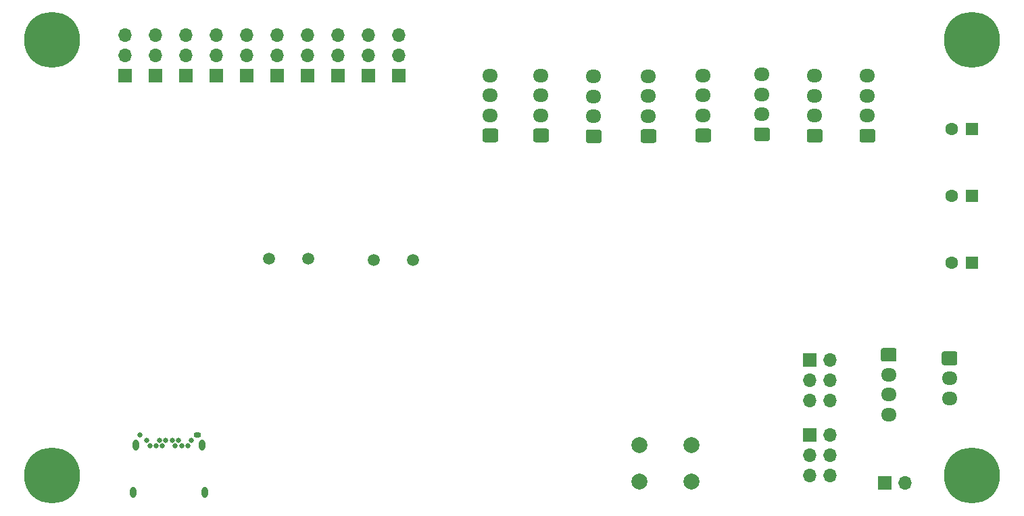
<source format=gbr>
%TF.GenerationSoftware,KiCad,Pcbnew,(5.1.9)-1*%
%TF.CreationDate,2021-03-02T01:46:48-05:00*%
%TF.ProjectId,sailboatController,7361696c-626f-4617-9443-6f6e74726f6c,rev?*%
%TF.SameCoordinates,Original*%
%TF.FileFunction,Soldermask,Bot*%
%TF.FilePolarity,Negative*%
%FSLAX46Y46*%
G04 Gerber Fmt 4.6, Leading zero omitted, Abs format (unit mm)*
G04 Created by KiCad (PCBNEW (5.1.9)-1) date 2021-03-02 01:46:48*
%MOMM*%
%LPD*%
G01*
G04 APERTURE LIST*
%ADD10O,1.700000X1.700000*%
%ADD11R,1.700000X1.700000*%
%ADD12C,1.600000*%
%ADD13R,1.600000X1.600000*%
%ADD14C,0.800000*%
%ADD15C,7.000000*%
%ADD16O,1.950000X1.700000*%
%ADD17C,2.000000*%
%ADD18C,0.650000*%
%ADD19O,0.950000X0.650000*%
%ADD20O,0.800000X1.400000*%
%ADD21C,1.500000*%
G04 APERTURE END LIST*
D10*
%TO.C,J5*%
X114808000Y-49149000D03*
D11*
X112268000Y-49149000D03*
%TD*%
D12*
%TO.C,Cb3*%
X120690000Y-21590000D03*
D13*
X123190000Y-21590000D03*
%TD*%
D12*
%TO.C,Cb2*%
X120690000Y-13208000D03*
D13*
X123190000Y-13208000D03*
%TD*%
D12*
%TO.C,Cb1*%
X120690000Y-4826000D03*
D13*
X123190000Y-4826000D03*
%TD*%
D14*
%TO.C,H4*%
X125046155Y8206155D03*
X123190000Y8975000D03*
X121333845Y8206155D03*
X120565000Y6350000D03*
X121333845Y4493845D03*
X123190000Y3725000D03*
X125046155Y4493845D03*
X125815000Y6350000D03*
D15*
X123190000Y6350000D03*
%TD*%
D14*
%TO.C,H3*%
X9857155Y8206155D03*
X8001000Y8975000D03*
X6144845Y8206155D03*
X5376000Y6350000D03*
X6144845Y4493845D03*
X8001000Y3725000D03*
X9857155Y4493845D03*
X10626000Y6350000D03*
D15*
X8001000Y6350000D03*
%TD*%
D14*
%TO.C,H2*%
X9857155Y-46403845D03*
X8001000Y-45635000D03*
X6144845Y-46403845D03*
X5376000Y-48260000D03*
X6144845Y-50116155D03*
X8001000Y-50885000D03*
X9857155Y-50116155D03*
X10626000Y-48260000D03*
D15*
X8001000Y-48260000D03*
%TD*%
D14*
%TO.C,H1*%
X125046155Y-46403845D03*
X123190000Y-45635000D03*
X121333845Y-46403845D03*
X120565000Y-48260000D03*
X121333845Y-50116155D03*
X123190000Y-50885000D03*
X125046155Y-50116155D03*
X125815000Y-48260000D03*
D15*
X123190000Y-48260000D03*
%TD*%
D16*
%TO.C,Windvane1*%
X89535000Y1912000D03*
X89535000Y-588000D03*
X89535000Y-3088000D03*
G36*
G01*
X90260000Y-6438000D02*
X88810000Y-6438000D01*
G75*
G02*
X88560000Y-6188000I0J250000D01*
G01*
X88560000Y-4988000D01*
G75*
G02*
X88810000Y-4738000I250000J0D01*
G01*
X90260000Y-4738000D01*
G75*
G02*
X90510000Y-4988000I0J-250000D01*
G01*
X90510000Y-6188000D01*
G75*
G02*
X90260000Y-6438000I-250000J0D01*
G01*
G37*
%TD*%
%TO.C,Transceiver1*%
X82677000Y1825000D03*
X82677000Y-675000D03*
X82677000Y-3175000D03*
G36*
G01*
X83402000Y-6525000D02*
X81952000Y-6525000D01*
G75*
G02*
X81702000Y-6275000I0J250000D01*
G01*
X81702000Y-5075000D01*
G75*
G02*
X81952000Y-4825000I250000J0D01*
G01*
X83402000Y-4825000D01*
G75*
G02*
X83652000Y-5075000I0J-250000D01*
G01*
X83652000Y-6275000D01*
G75*
G02*
X83402000Y-6525000I-250000J0D01*
G01*
G37*
%TD*%
%TO.C,GPS1*%
X62865000Y1912000D03*
X62865000Y-588000D03*
X62865000Y-3088000D03*
G36*
G01*
X63590000Y-6438000D02*
X62140000Y-6438000D01*
G75*
G02*
X61890000Y-6188000I0J250000D01*
G01*
X61890000Y-4988000D01*
G75*
G02*
X62140000Y-4738000I250000J0D01*
G01*
X63590000Y-4738000D01*
G75*
G02*
X63840000Y-4988000I0J-250000D01*
G01*
X63840000Y-6188000D01*
G75*
G02*
X63590000Y-6438000I-250000J0D01*
G01*
G37*
%TD*%
%TO.C,extraSerial1*%
X75819000Y1785000D03*
X75819000Y-715000D03*
X75819000Y-3215000D03*
G36*
G01*
X76544000Y-6565000D02*
X75094000Y-6565000D01*
G75*
G02*
X74844000Y-6315000I0J250000D01*
G01*
X74844000Y-5115000D01*
G75*
G02*
X75094000Y-4865000I250000J0D01*
G01*
X76544000Y-4865000D01*
G75*
G02*
X76794000Y-5115000I0J-250000D01*
G01*
X76794000Y-6315000D01*
G75*
G02*
X76544000Y-6565000I-250000J0D01*
G01*
G37*
%TD*%
%TO.C,Extra2*%
X110109000Y1865000D03*
X110109000Y-635000D03*
X110109000Y-3135000D03*
G36*
G01*
X110834000Y-6485000D02*
X109384000Y-6485000D01*
G75*
G02*
X109134000Y-6235000I0J250000D01*
G01*
X109134000Y-5035000D01*
G75*
G02*
X109384000Y-4785000I250000J0D01*
G01*
X110834000Y-4785000D01*
G75*
G02*
X111084000Y-5035000I0J-250000D01*
G01*
X111084000Y-6235000D01*
G75*
G02*
X110834000Y-6485000I-250000J0D01*
G01*
G37*
%TD*%
%TO.C,Extra1*%
X103505000Y1865000D03*
X103505000Y-635000D03*
X103505000Y-3135000D03*
G36*
G01*
X104230000Y-6485000D02*
X102780000Y-6485000D01*
G75*
G02*
X102530000Y-6235000I0J250000D01*
G01*
X102530000Y-5035000D01*
G75*
G02*
X102780000Y-4785000I250000J0D01*
G01*
X104230000Y-4785000D01*
G75*
G02*
X104480000Y-5035000I0J-250000D01*
G01*
X104480000Y-6235000D01*
G75*
G02*
X104230000Y-6485000I-250000J0D01*
G01*
G37*
%TD*%
%TO.C,BNO55*%
X69215000Y1912000D03*
X69215000Y-588000D03*
X69215000Y-3088000D03*
G36*
G01*
X69940000Y-6438000D02*
X68490000Y-6438000D01*
G75*
G02*
X68240000Y-6188000I0J250000D01*
G01*
X68240000Y-4988000D01*
G75*
G02*
X68490000Y-4738000I250000J0D01*
G01*
X69940000Y-4738000D01*
G75*
G02*
X70190000Y-4988000I0J-250000D01*
G01*
X70190000Y-6188000D01*
G75*
G02*
X69940000Y-6438000I-250000J0D01*
G01*
G37*
%TD*%
%TO.C,Anemometer1*%
X96901000Y2039000D03*
X96901000Y-461000D03*
X96901000Y-2961000D03*
G36*
G01*
X97626000Y-6311000D02*
X96176000Y-6311000D01*
G75*
G02*
X95926000Y-6061000I0J250000D01*
G01*
X95926000Y-4861000D01*
G75*
G02*
X96176000Y-4611000I250000J0D01*
G01*
X97626000Y-4611000D01*
G75*
G02*
X97876000Y-4861000I0J-250000D01*
G01*
X97876000Y-6061000D01*
G75*
G02*
X97626000Y-6311000I-250000J0D01*
G01*
G37*
%TD*%
%TO.C,3S_battery_pin1*%
X112776000Y-40600000D03*
X112776000Y-38100000D03*
X112776000Y-35600000D03*
G36*
G01*
X112051000Y-32250000D02*
X113501000Y-32250000D01*
G75*
G02*
X113751000Y-32500000I0J-250000D01*
G01*
X113751000Y-33700000D01*
G75*
G02*
X113501000Y-33950000I-250000J0D01*
G01*
X112051000Y-33950000D01*
G75*
G02*
X111801000Y-33700000I0J250000D01*
G01*
X111801000Y-32500000D01*
G75*
G02*
X112051000Y-32250000I250000J0D01*
G01*
G37*
%TD*%
%TO.C,2s_battery_pin1*%
X120396000Y-38528000D03*
X120396000Y-36028000D03*
G36*
G01*
X119671000Y-32678000D02*
X121121000Y-32678000D01*
G75*
G02*
X121371000Y-32928000I0J-250000D01*
G01*
X121371000Y-34128000D01*
G75*
G02*
X121121000Y-34378000I-250000J0D01*
G01*
X119671000Y-34378000D01*
G75*
G02*
X119421000Y-34128000I0J250000D01*
G01*
X119421000Y-32928000D01*
G75*
G02*
X119671000Y-32678000I250000J0D01*
G01*
G37*
%TD*%
D17*
%TO.C,SW1*%
X88034000Y-44450000D03*
X88034000Y-48950000D03*
X81534000Y-44450000D03*
X81534000Y-48950000D03*
%TD*%
D11*
%TO.C,PWM_I/O10*%
X17145000Y1905000D03*
D10*
X17145000Y4445000D03*
X17145000Y6985000D03*
%TD*%
D11*
%TO.C,PWM_I/O9*%
X20955000Y1905000D03*
D10*
X20955000Y4445000D03*
X20955000Y6985000D03*
%TD*%
D11*
%TO.C,PWM_I/O8*%
X24765000Y1905000D03*
D10*
X24765000Y4445000D03*
X24765000Y6985000D03*
%TD*%
D11*
%TO.C,PWM_I/O7*%
X28575000Y1905000D03*
D10*
X28575000Y4445000D03*
X28575000Y6985000D03*
%TD*%
D11*
%TO.C,PWM_I/O6*%
X32385000Y1905000D03*
D10*
X32385000Y4445000D03*
X32385000Y6985000D03*
%TD*%
D11*
%TO.C,PWM_I/O5*%
X36195000Y1905000D03*
D10*
X36195000Y4445000D03*
X36195000Y6985000D03*
%TD*%
D11*
%TO.C,PWM_I/O4*%
X47625000Y1905000D03*
D10*
X47625000Y4445000D03*
X47625000Y6985000D03*
%TD*%
D11*
%TO.C,PWM_I/O3*%
X51435000Y1905000D03*
D10*
X51435000Y4445000D03*
X51435000Y6985000D03*
%TD*%
D11*
%TO.C,PWM_I/O2*%
X40005000Y1905000D03*
D10*
X40005000Y4445000D03*
X40005000Y6985000D03*
%TD*%
D11*
%TO.C,PWM_I/O1*%
X43815000Y1905000D03*
D10*
X43815000Y4445000D03*
X43815000Y6985000D03*
%TD*%
D18*
%TO.C,J3*%
X20206000Y-44488000D03*
X21006000Y-44488000D03*
X21806000Y-44488000D03*
X23406000Y-44488000D03*
X24206000Y-44488000D03*
X25006000Y-44488000D03*
X19806000Y-43788000D03*
X21406000Y-43788000D03*
X22206000Y-43788000D03*
X23006000Y-43788000D03*
X23806000Y-43788000D03*
X25406000Y-43788000D03*
X19006000Y-43138000D03*
D19*
X26206000Y-43138000D03*
D20*
X18116000Y-50338000D03*
X27096000Y-50338000D03*
X26736000Y-44388000D03*
X18476000Y-44388000D03*
%TD*%
D10*
%TO.C,J2*%
X105410000Y-38862000D03*
X102870000Y-38862000D03*
X105410000Y-36322000D03*
X102870000Y-36322000D03*
X105410000Y-33782000D03*
D11*
X102870000Y-33782000D03*
%TD*%
D10*
%TO.C,J1*%
X105410000Y-48260000D03*
X102870000Y-48260000D03*
X105410000Y-45720000D03*
X102870000Y-45720000D03*
X105410000Y-43180000D03*
D11*
X102870000Y-43180000D03*
%TD*%
D21*
%TO.C,Crystal2*%
X53140000Y-21209000D03*
X48260000Y-21209000D03*
%TD*%
%TO.C,Crystal1*%
X40059000Y-21082000D03*
X35179000Y-21082000D03*
%TD*%
M02*

</source>
